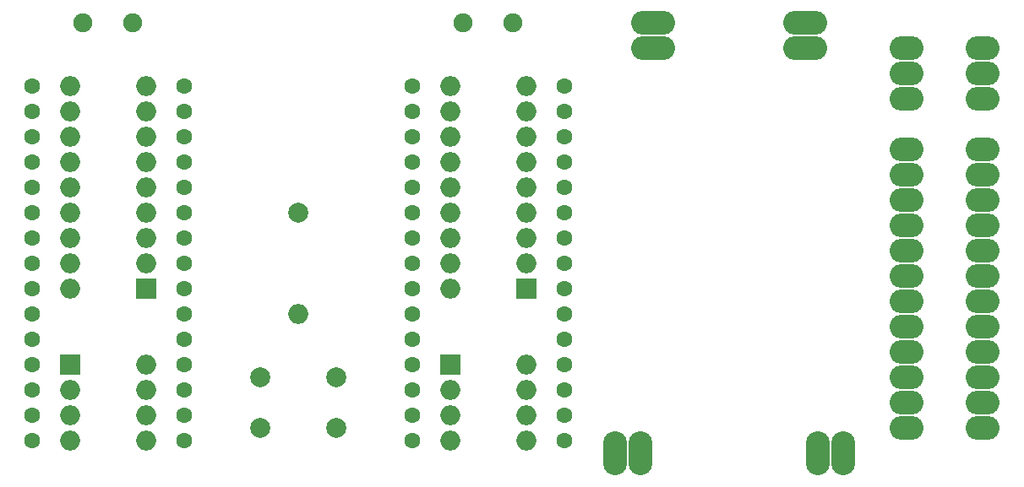
<source format=gbr>
G04 #@! TF.FileFunction,Soldermask,Bot*
%FSLAX46Y46*%
G04 Gerber Fmt 4.6, Leading zero omitted, Abs format (unit mm)*
G04 Created by KiCad (PCBNEW 4.0.6) date 12/04/17 20:41:38*
%MOMM*%
%LPD*%
G01*
G04 APERTURE LIST*
%ADD10C,0.050000*%
%ADD11C,2.000000*%
%ADD12O,2.000000X2.000000*%
%ADD13C,1.600000*%
%ADD14R,2.000000X2.000000*%
%ADD15O,4.400000X2.400000*%
%ADD16O,2.400000X4.400000*%
%ADD17O,3.400000X2.400000*%
%ADD18C,1.900000*%
G04 APERTURE END LIST*
D10*
D11*
X119210000Y-72860000D03*
D12*
X119210000Y-83020000D03*
D13*
X92540000Y-60160000D03*
X92540000Y-62700000D03*
X92540000Y-65240000D03*
X92540000Y-67780000D03*
X92540000Y-70320000D03*
X92540000Y-72860000D03*
X92540000Y-75400000D03*
X92540000Y-77940000D03*
X92540000Y-80480000D03*
X92540000Y-83020000D03*
X92540000Y-85560000D03*
X92540000Y-88100000D03*
X92540000Y-90640000D03*
X92540000Y-93180000D03*
X92540000Y-95720000D03*
X107780000Y-95720000D03*
X107780000Y-93180000D03*
X107780000Y-90640000D03*
X107780000Y-88100000D03*
X107780000Y-85560000D03*
X107780000Y-83020000D03*
X107780000Y-80480000D03*
X107780000Y-77940000D03*
X107780000Y-75400000D03*
X107780000Y-72860000D03*
X107780000Y-70320000D03*
X107780000Y-67780000D03*
X107780000Y-65240000D03*
X107780000Y-62700000D03*
X107780000Y-60160000D03*
D14*
X103970000Y-80480000D03*
D12*
X96350000Y-60160000D03*
X103970000Y-77940000D03*
X96350000Y-62700000D03*
X103970000Y-75400000D03*
X96350000Y-65240000D03*
X103970000Y-72860000D03*
X96350000Y-67780000D03*
X103970000Y-70320000D03*
X96350000Y-70320000D03*
X103970000Y-67780000D03*
X96350000Y-72860000D03*
X103970000Y-65240000D03*
X96350000Y-75400000D03*
X103970000Y-62700000D03*
X96350000Y-77940000D03*
X103970000Y-60160000D03*
X96350000Y-80480000D03*
D14*
X96350000Y-88100000D03*
D12*
X103970000Y-95720000D03*
X96350000Y-90640000D03*
X103970000Y-93180000D03*
X96350000Y-93180000D03*
X103970000Y-90640000D03*
X96350000Y-95720000D03*
X103970000Y-88100000D03*
D11*
X123020000Y-89370000D03*
X115400000Y-89370000D03*
X115400000Y-94450000D03*
X123020000Y-94450000D03*
D15*
X154770000Y-53810000D03*
X154770000Y-56350000D03*
X170010000Y-53810000D03*
X170010000Y-56350000D03*
D16*
X153500000Y-96990000D03*
X150960000Y-96990000D03*
X171280000Y-96990000D03*
X173820000Y-96990000D03*
D17*
X187790000Y-94450000D03*
X187790000Y-91910000D03*
X187790000Y-89370000D03*
X187790000Y-86830000D03*
X187790000Y-84290000D03*
X187790000Y-81750000D03*
X187790000Y-79210000D03*
X187790000Y-76670000D03*
X187790000Y-74130000D03*
X187790000Y-71590000D03*
X187790000Y-69050000D03*
X187790000Y-66510000D03*
X180170000Y-66510000D03*
X180170000Y-69050000D03*
X180170000Y-71590000D03*
X180170000Y-74130000D03*
X180170000Y-76670000D03*
X180170000Y-79210000D03*
X180170000Y-81750000D03*
X180170000Y-84290000D03*
X180170000Y-86830000D03*
X180170000Y-89370000D03*
X180170000Y-91910000D03*
X180170000Y-94450000D03*
X187790000Y-61430000D03*
X187790000Y-58890000D03*
X187790000Y-56350000D03*
X180170000Y-56350000D03*
X180170000Y-58890000D03*
X180170000Y-61430000D03*
D13*
X130640000Y-60160000D03*
X130640000Y-62700000D03*
X130640000Y-65240000D03*
X130640000Y-67780000D03*
X130640000Y-70320000D03*
X130640000Y-72860000D03*
X130640000Y-75400000D03*
X130640000Y-77940000D03*
X130640000Y-80480000D03*
X130640000Y-83020000D03*
X130640000Y-85560000D03*
X130640000Y-88100000D03*
X130640000Y-90640000D03*
X130640000Y-93180000D03*
X130640000Y-95720000D03*
X145880000Y-95720000D03*
X145880000Y-93180000D03*
X145880000Y-90640000D03*
X145880000Y-88100000D03*
X145880000Y-85560000D03*
X145880000Y-83020000D03*
X145880000Y-80480000D03*
X145880000Y-77940000D03*
X145880000Y-75400000D03*
X145880000Y-72860000D03*
X145880000Y-70320000D03*
X145880000Y-67780000D03*
X145880000Y-65240000D03*
X145880000Y-62700000D03*
X145880000Y-60160000D03*
D14*
X142070000Y-80480000D03*
D12*
X134450000Y-60160000D03*
X142070000Y-77940000D03*
X134450000Y-62700000D03*
X142070000Y-75400000D03*
X134450000Y-65240000D03*
X142070000Y-72860000D03*
X134450000Y-67780000D03*
X142070000Y-70320000D03*
X134450000Y-70320000D03*
X142070000Y-67780000D03*
X134450000Y-72860000D03*
X142070000Y-65240000D03*
X134450000Y-75400000D03*
X142070000Y-62700000D03*
X134450000Y-77940000D03*
X142070000Y-60160000D03*
X134450000Y-80480000D03*
D14*
X134450000Y-88100000D03*
D12*
X142070000Y-95720000D03*
X134450000Y-90640000D03*
X142070000Y-93180000D03*
X134450000Y-93180000D03*
X142070000Y-90640000D03*
X134450000Y-95720000D03*
X142070000Y-88100000D03*
D18*
X97620000Y-53810000D03*
X102620000Y-53810000D03*
X135720000Y-53810000D03*
X140720000Y-53810000D03*
M02*

</source>
